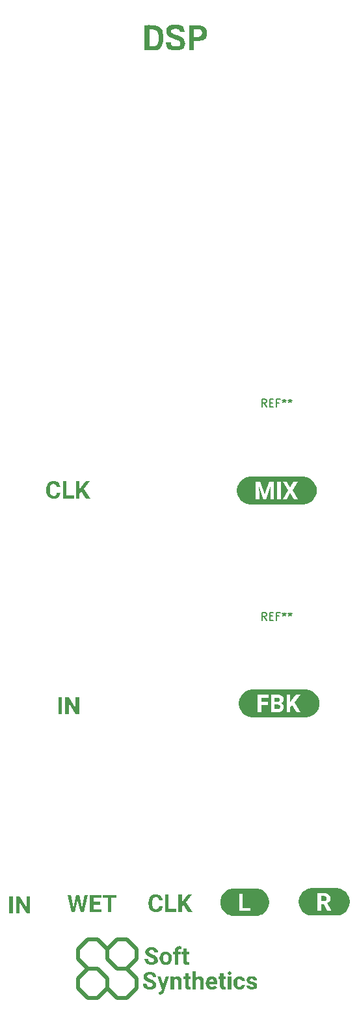
<source format=gbr>
%TF.GenerationSoftware,KiCad,Pcbnew,7.0.6*%
%TF.CreationDate,2023-10-15T17:55:57+01:00*%
%TF.ProjectId,DSP 1.1,44535020-312e-4312-9e6b-696361645f70,rev?*%
%TF.SameCoordinates,Original*%
%TF.FileFunction,Legend,Top*%
%TF.FilePolarity,Positive*%
%FSLAX46Y46*%
G04 Gerber Fmt 4.6, Leading zero omitted, Abs format (unit mm)*
G04 Created by KiCad (PCBNEW 7.0.6) date 2023-10-15 17:55:57*
%MOMM*%
%LPD*%
G01*
G04 APERTURE LIST*
%ADD10C,0.500000*%
%ADD11C,0.150000*%
G04 APERTURE END LIST*
D10*
X9428400Y-264242200D02*
X10698400Y-262972200D01*
X13238400Y-256622200D02*
X14508400Y-257892200D01*
X13238400Y-260432200D02*
X14508400Y-259162200D01*
X6888400Y-259162200D02*
X6888400Y-257892200D01*
X9428400Y-260432200D02*
X10698400Y-261702200D01*
X10698400Y-257892200D02*
X10698400Y-259162200D01*
X14508400Y-259162200D02*
X14508400Y-257892200D01*
X8158400Y-260432200D02*
X9428400Y-260432200D01*
X6888400Y-261702200D02*
X6888400Y-262972200D01*
X9428400Y-256622200D02*
X8158400Y-256622200D01*
X11968400Y-256622200D02*
X10698400Y-257892200D01*
X8158400Y-264242200D02*
X6888400Y-262972200D01*
X10698400Y-262972200D02*
X11968400Y-264242200D01*
X10698400Y-262972200D02*
X10698400Y-261702200D01*
X9428400Y-264242200D02*
X8158400Y-264242200D01*
X10698400Y-261702200D02*
X9428400Y-260432200D01*
X11968400Y-260432200D02*
X10698400Y-259162200D01*
X13238400Y-260432200D02*
X11968400Y-260432200D01*
X6888400Y-257892200D02*
X8158400Y-256622200D01*
X10698400Y-257892200D02*
X9428400Y-256622200D01*
X8158400Y-260432200D02*
X6888400Y-261702200D01*
X10698400Y-259162200D02*
X11968400Y-260432200D01*
X10698400Y-262972200D02*
X10698400Y-261702200D01*
X11968400Y-264242200D02*
X13238400Y-264242200D01*
X8158400Y-260432200D02*
X9428400Y-260432200D01*
X6888400Y-259162200D02*
X8158400Y-260432200D01*
X13238400Y-260432200D02*
X11968400Y-260432200D01*
X11968400Y-256622200D02*
X13238400Y-256622200D01*
X14508400Y-262972200D02*
X13238400Y-264242200D01*
X14508400Y-261702200D02*
X13238400Y-260432200D01*
X10698400Y-257892200D02*
X10698400Y-259162200D01*
X14508400Y-261702200D02*
X14508400Y-262972200D01*
D11*
X31361466Y-187396819D02*
X31028133Y-186920628D01*
X30790038Y-187396819D02*
X30790038Y-186396819D01*
X30790038Y-186396819D02*
X31170990Y-186396819D01*
X31170990Y-186396819D02*
X31266228Y-186444438D01*
X31266228Y-186444438D02*
X31313847Y-186492057D01*
X31313847Y-186492057D02*
X31361466Y-186587295D01*
X31361466Y-186587295D02*
X31361466Y-186730152D01*
X31361466Y-186730152D02*
X31313847Y-186825390D01*
X31313847Y-186825390D02*
X31266228Y-186873009D01*
X31266228Y-186873009D02*
X31170990Y-186920628D01*
X31170990Y-186920628D02*
X30790038Y-186920628D01*
X31790038Y-186873009D02*
X32123371Y-186873009D01*
X32266228Y-187396819D02*
X31790038Y-187396819D01*
X31790038Y-187396819D02*
X31790038Y-186396819D01*
X31790038Y-186396819D02*
X32266228Y-186396819D01*
X33028133Y-186873009D02*
X32694800Y-186873009D01*
X32694800Y-187396819D02*
X32694800Y-186396819D01*
X32694800Y-186396819D02*
X33170990Y-186396819D01*
X33694800Y-186396819D02*
X33694800Y-186634914D01*
X33456705Y-186539676D02*
X33694800Y-186634914D01*
X33694800Y-186634914D02*
X33932895Y-186539676D01*
X33551943Y-186825390D02*
X33694800Y-186634914D01*
X33694800Y-186634914D02*
X33837657Y-186825390D01*
X34456705Y-186396819D02*
X34456705Y-186634914D01*
X34218610Y-186539676D02*
X34456705Y-186634914D01*
X34456705Y-186634914D02*
X34694800Y-186539676D01*
X34313848Y-186825390D02*
X34456705Y-186634914D01*
X34456705Y-186634914D02*
X34599562Y-186825390D01*
X31361466Y-215133619D02*
X31028133Y-214657428D01*
X30790038Y-215133619D02*
X30790038Y-214133619D01*
X30790038Y-214133619D02*
X31170990Y-214133619D01*
X31170990Y-214133619D02*
X31266228Y-214181238D01*
X31266228Y-214181238D02*
X31313847Y-214228857D01*
X31313847Y-214228857D02*
X31361466Y-214324095D01*
X31361466Y-214324095D02*
X31361466Y-214466952D01*
X31361466Y-214466952D02*
X31313847Y-214562190D01*
X31313847Y-214562190D02*
X31266228Y-214609809D01*
X31266228Y-214609809D02*
X31170990Y-214657428D01*
X31170990Y-214657428D02*
X30790038Y-214657428D01*
X31790038Y-214609809D02*
X32123371Y-214609809D01*
X32266228Y-215133619D02*
X31790038Y-215133619D01*
X31790038Y-215133619D02*
X31790038Y-214133619D01*
X31790038Y-214133619D02*
X32266228Y-214133619D01*
X33028133Y-214609809D02*
X32694800Y-214609809D01*
X32694800Y-215133619D02*
X32694800Y-214133619D01*
X32694800Y-214133619D02*
X33170990Y-214133619D01*
X33694800Y-214133619D02*
X33694800Y-214371714D01*
X33456705Y-214276476D02*
X33694800Y-214371714D01*
X33694800Y-214371714D02*
X33932895Y-214276476D01*
X33551943Y-214562190D02*
X33694800Y-214371714D01*
X33694800Y-214371714D02*
X33837657Y-214562190D01*
X34456705Y-214133619D02*
X34456705Y-214371714D01*
X34218610Y-214276476D02*
X34456705Y-214371714D01*
X34456705Y-214371714D02*
X34694800Y-214276476D01*
X34313848Y-214562190D02*
X34456705Y-214371714D01*
X34456705Y-214371714D02*
X34599562Y-214562190D01*
%TO.C,kibuzzard-643BAFCE*%
G36*
X-1657720Y-253305813D02*
G01*
X-2122808Y-253305813D01*
X-2122808Y-251048587D01*
X-1657720Y-251048587D01*
X-1657720Y-253305813D01*
G37*
G36*
X145271Y-252536868D02*
G01*
X145271Y-251048587D01*
X608808Y-251048587D01*
X608808Y-253305813D01*
X143720Y-253305813D01*
X-761651Y-251820633D01*
X-761651Y-253305813D01*
X-1226739Y-253305813D01*
X-1226739Y-251048587D01*
X-761651Y-251048587D01*
X145271Y-252536868D01*
G37*
%TO.C,kibuzzard-643BB339*%
G36*
X39015455Y-251041775D02*
G01*
X39130370Y-251110375D01*
X39198389Y-251218896D01*
X39221062Y-251361523D01*
X39197033Y-251501243D01*
X39124944Y-251607244D01*
X39009060Y-251674100D01*
X38853643Y-251696386D01*
X38478472Y-251696386D01*
X38478472Y-251018908D01*
X38852093Y-251018908D01*
X39015455Y-251041775D01*
G37*
G36*
X40608332Y-249989348D02*
G01*
X40782100Y-250015124D01*
X40952505Y-250057808D01*
X41117905Y-250116990D01*
X41276708Y-250192098D01*
X41427385Y-250282410D01*
X41568484Y-250387056D01*
X41698646Y-250505028D01*
X41816618Y-250635191D01*
X41921265Y-250776290D01*
X42011577Y-250926966D01*
X42086685Y-251085769D01*
X42145866Y-251251170D01*
X42188550Y-251421574D01*
X42214326Y-251595342D01*
X42222946Y-251770800D01*
X42214326Y-251946258D01*
X42188550Y-252120026D01*
X42145866Y-252290430D01*
X42086685Y-252455831D01*
X42011577Y-252614634D01*
X41921265Y-252765310D01*
X41816618Y-252906409D01*
X41698646Y-253036572D01*
X41568484Y-253154544D01*
X41427385Y-253259190D01*
X41276708Y-253349502D01*
X41117905Y-253424610D01*
X40952505Y-253483792D01*
X40782100Y-253526476D01*
X40608332Y-253552252D01*
X40432875Y-253560872D01*
X39771416Y-253560872D01*
X38478472Y-253560872D01*
X38013384Y-253560872D01*
X37351926Y-253560872D01*
X37176468Y-253552252D01*
X37002700Y-253526476D01*
X36832295Y-253483792D01*
X36666895Y-253424611D01*
X36508092Y-253349502D01*
X36357415Y-253259190D01*
X36216316Y-253154544D01*
X36086154Y-253036572D01*
X35968182Y-252906409D01*
X35863536Y-252765311D01*
X35773223Y-252614634D01*
X35698115Y-252455831D01*
X35638934Y-252290430D01*
X35596250Y-252120026D01*
X35570474Y-251946258D01*
X35561854Y-251770800D01*
X35570474Y-251595342D01*
X35596250Y-251421574D01*
X35638934Y-251251170D01*
X35698115Y-251085769D01*
X35773223Y-250926966D01*
X35863536Y-250776289D01*
X35962993Y-250642187D01*
X38013384Y-250642187D01*
X38013384Y-252899413D01*
X38478472Y-252899413D01*
X38478472Y-252073107D01*
X38848992Y-252073107D01*
X39272222Y-252899413D01*
X39771416Y-252899413D01*
X39771416Y-252877709D01*
X39283074Y-251955285D01*
X39460389Y-251848121D01*
X39586156Y-251709563D01*
X39661152Y-251536124D01*
X39686150Y-251324316D01*
X39662034Y-251123639D01*
X39589687Y-250955690D01*
X39469109Y-250820470D01*
X39304089Y-250721424D01*
X39098417Y-250661996D01*
X38852093Y-250642187D01*
X38013384Y-250642187D01*
X35962993Y-250642187D01*
X35968182Y-250635191D01*
X36086154Y-250505028D01*
X36216316Y-250387056D01*
X36357415Y-250282410D01*
X36508092Y-250192098D01*
X36666895Y-250116989D01*
X36832295Y-250057808D01*
X37002700Y-250015124D01*
X37176468Y-249989348D01*
X37351926Y-249980728D01*
X38013384Y-249980728D01*
X39771416Y-249980728D01*
X40432875Y-249980728D01*
X40608332Y-249989348D01*
G37*
%TO.C,kibuzzard-643BAFC1*%
G36*
X11870856Y-251247508D02*
G01*
X11179425Y-251247508D01*
X11179425Y-253128013D01*
X10714337Y-253128013D01*
X10714337Y-251247508D01*
X10032208Y-251247508D01*
X10032208Y-250870787D01*
X11870856Y-250870787D01*
X11870856Y-251247508D01*
G37*
G36*
X9895782Y-251247508D02*
G01*
X8850885Y-251247508D01*
X8850885Y-251785460D01*
X9743854Y-251785460D01*
X9743854Y-252149778D01*
X8850885Y-252149778D01*
X8850885Y-252754393D01*
X9898883Y-252754393D01*
X9898883Y-253128013D01*
X8385797Y-253128013D01*
X8385797Y-250870787D01*
X9895782Y-250870787D01*
X9895782Y-251247508D01*
G37*
G36*
X6230890Y-252473790D02*
G01*
X6602960Y-250870787D01*
X6996734Y-250870787D01*
X7367254Y-252476890D01*
X7671112Y-250870787D01*
X8134650Y-250870787D01*
X7633905Y-253128013D01*
X7165716Y-253128013D01*
X6798297Y-251618028D01*
X6430878Y-253128013D01*
X5962689Y-253128013D01*
X5461944Y-250870787D01*
X5925482Y-250870787D01*
X6230890Y-252473790D01*
G37*
%TO.C,kibuzzard-644033FD*%
G36*
X26803643Y-263163686D02*
G01*
X26354058Y-263163686D01*
X26354058Y-261486269D01*
X26803643Y-261486269D01*
X26803643Y-263163686D01*
G37*
G36*
X26761785Y-260886306D02*
G01*
X26829998Y-261052187D01*
X26761010Y-261219619D01*
X26578851Y-261284731D01*
X26396691Y-261219619D01*
X26327703Y-261052187D01*
X26395141Y-260886306D01*
X26578851Y-260821193D01*
X26761785Y-260886306D01*
G37*
G36*
X17946820Y-262529616D02*
G01*
X18256878Y-261486269D01*
X18737469Y-261486269D01*
X18063092Y-263424135D01*
X18025885Y-263512502D01*
X17903928Y-263695092D01*
X17738564Y-263804646D01*
X17529791Y-263841164D01*
X17331353Y-263811708D01*
X17331353Y-263472194D01*
X17399566Y-263473745D01*
X17589477Y-263434987D01*
X17687921Y-263306313D01*
X17740631Y-263168337D01*
X17153070Y-261486269D01*
X17635211Y-261486269D01*
X17946820Y-262529616D01*
G37*
G36*
X20055218Y-261494408D02*
G01*
X20219549Y-261611843D01*
X20317993Y-261807180D01*
X20352874Y-262080031D01*
X20352874Y-263163686D01*
X19904840Y-263163686D01*
X19904840Y-262090883D01*
X19842828Y-261883919D01*
X19636639Y-261819582D01*
X19471145Y-261859890D01*
X19352935Y-261980812D01*
X19352935Y-263163686D01*
X18904901Y-263163686D01*
X18904901Y-261486269D01*
X19326580Y-261486269D01*
X19340533Y-261680056D01*
X19474030Y-261555171D01*
X19634744Y-261480240D01*
X19822674Y-261455263D01*
X20055218Y-261494408D01*
G37*
G36*
X22202374Y-261669204D02*
G01*
X22331393Y-261550348D01*
X22480737Y-261479034D01*
X22650408Y-261455263D01*
X22847172Y-261480626D01*
X23000899Y-261556714D01*
X23111590Y-261683528D01*
X23179244Y-261861068D01*
X23203863Y-262089333D01*
X23203863Y-263163686D01*
X22755828Y-263163686D01*
X22755828Y-262101735D01*
X22693817Y-261888570D01*
X22487628Y-261819582D01*
X22317871Y-261857564D01*
X22202374Y-261971511D01*
X22202374Y-263163686D01*
X21754339Y-263163686D01*
X21754339Y-260782436D01*
X22202374Y-260782436D01*
X22202374Y-261669204D01*
G37*
G36*
X21228790Y-261486269D02*
G01*
X21515594Y-261486269D01*
X21515594Y-261814931D01*
X21228790Y-261814931D01*
X21228790Y-262652089D01*
X21264447Y-262785415D01*
X21400872Y-262825722D01*
X21532647Y-262814870D01*
X21532647Y-263154384D01*
X21398934Y-263184615D01*
X21261346Y-263194692D01*
X21054576Y-263164946D01*
X20905554Y-263075707D01*
X20814280Y-262926976D01*
X20780755Y-262718752D01*
X20780755Y-261814931D01*
X20535809Y-261814931D01*
X20535809Y-261486269D01*
X20780755Y-261486269D01*
X20780755Y-261073891D01*
X21228790Y-261073891D01*
X21228790Y-261486269D01*
G37*
G36*
X25794403Y-261486269D02*
G01*
X26081207Y-261486269D01*
X26081207Y-261814931D01*
X25794403Y-261814931D01*
X25794403Y-262652089D01*
X25830059Y-262785415D01*
X25966485Y-262825722D01*
X26098260Y-262814870D01*
X26098260Y-263154384D01*
X25964547Y-263184615D01*
X25826959Y-263194692D01*
X25620188Y-263164946D01*
X25471167Y-263075707D01*
X25379893Y-262926976D01*
X25346368Y-262718752D01*
X25346368Y-261814931D01*
X25101422Y-261814931D01*
X25101422Y-261486269D01*
X25346368Y-261486269D01*
X25346368Y-261073891D01*
X25794403Y-261073891D01*
X25794403Y-261486269D01*
G37*
G36*
X28070836Y-261475159D02*
G01*
X28239042Y-261534845D01*
X28379516Y-261634322D01*
X28485367Y-261766872D01*
X28549704Y-261925777D01*
X28572528Y-262111037D01*
X28152398Y-262111037D01*
X28071783Y-261899422D01*
X27867144Y-261818032D01*
X27729750Y-261846518D01*
X27630725Y-261931978D01*
X27570845Y-262081388D01*
X27550885Y-262301723D01*
X27550885Y-262348232D01*
X27570651Y-262570699D01*
X27629949Y-262720302D01*
X27729556Y-262805181D01*
X27870245Y-262833474D01*
X28071783Y-262765261D01*
X28152398Y-262583876D01*
X28572528Y-262583876D01*
X28548498Y-262747239D01*
X28479510Y-262896260D01*
X28371183Y-263022222D01*
X28229138Y-263116402D01*
X28061900Y-263175119D01*
X27877996Y-263194692D01*
X27655099Y-263169284D01*
X27465963Y-263093062D01*
X27310589Y-262966024D01*
X27195178Y-262794199D01*
X27125932Y-262583618D01*
X27102850Y-262334279D01*
X27102850Y-262304824D01*
X27125760Y-262063839D01*
X27194489Y-261857650D01*
X27309039Y-261686257D01*
X27463551Y-261557927D01*
X27652170Y-261480929D01*
X27874896Y-261455263D01*
X28070836Y-261475159D01*
G37*
G36*
X24477429Y-261479379D02*
G01*
X24658038Y-261551726D01*
X24806091Y-261672304D01*
X24915903Y-261837152D01*
X24981791Y-262042307D01*
X25003753Y-262287770D01*
X25003753Y-262470705D01*
X23940252Y-262470705D01*
X23935601Y-262470705D01*
X23979203Y-262618758D01*
X24066601Y-262734255D01*
X24190431Y-262808669D01*
X24343328Y-262833474D01*
X24573934Y-262786577D01*
X24747955Y-262645888D01*
X24968096Y-262892385D01*
X24849499Y-263019315D01*
X24695245Y-263114852D01*
X24513861Y-263174732D01*
X24313873Y-263194692D01*
X24083138Y-263169543D01*
X23882891Y-263094095D01*
X23713134Y-262968349D01*
X23584374Y-262800745D01*
X23507118Y-262599724D01*
X23481365Y-262365285D01*
X23481365Y-262321877D01*
X23497341Y-262165297D01*
X23940252Y-262165297D01*
X24563470Y-262165297D01*
X24563470Y-262129641D01*
X24482855Y-261899422D01*
X24262713Y-261818032D01*
X24046447Y-261907949D01*
X23978428Y-262017244D01*
X23940252Y-262165297D01*
X23497341Y-262165297D01*
X23505783Y-262082550D01*
X23579034Y-261869967D01*
X23697050Y-261693621D01*
X23855761Y-261563008D01*
X24047416Y-261482199D01*
X24264263Y-261455263D01*
X24477429Y-261479379D01*
G37*
G36*
X29664192Y-261471972D02*
G01*
X29834466Y-261522098D01*
X29976318Y-261605642D01*
X30119914Y-261778499D01*
X30167779Y-261996315D01*
X29719744Y-261996315D01*
X29657733Y-261837410D01*
X29463946Y-261774623D01*
X29288763Y-261825783D01*
X29226751Y-261956008D01*
X29297290Y-262076155D01*
X29535260Y-262155220D01*
X29689514Y-262190683D01*
X29817413Y-262230410D01*
X30014645Y-262338413D01*
X30132984Y-262488792D01*
X30172430Y-262681545D01*
X30123208Y-262889090D01*
X29975543Y-263052840D01*
X29831538Y-263131647D01*
X29662039Y-263178931D01*
X29467047Y-263194692D01*
X29268028Y-263175895D01*
X29092651Y-263119503D01*
X28946730Y-263030361D01*
X28836077Y-262913314D01*
X28766314Y-262777082D01*
X28743060Y-262630385D01*
X29167840Y-262630385D01*
X29256207Y-262813320D01*
X29476348Y-262876882D01*
X29670910Y-262828048D01*
X29736798Y-262700148D01*
X29655407Y-262570699D01*
X29549406Y-262525934D01*
X29394183Y-262486208D01*
X29132377Y-262407337D01*
X28945373Y-262296297D01*
X28833171Y-262153089D01*
X28795770Y-261977712D01*
X28842085Y-261772879D01*
X28981030Y-261604866D01*
X29117197Y-261521753D01*
X29278686Y-261471886D01*
X29465496Y-261455263D01*
X29664192Y-261471972D01*
G37*
G36*
X16434509Y-260897351D02*
G01*
X16636822Y-260963045D01*
X16804835Y-261068659D01*
X16930603Y-261210317D01*
X17009086Y-261380849D01*
X17035247Y-261573085D01*
X16570159Y-261573085D01*
X16545742Y-261435303D01*
X16472491Y-261332015D01*
X16355056Y-261267484D01*
X16198089Y-261245974D01*
X16046548Y-261263996D01*
X15932989Y-261318062D01*
X15838421Y-261507973D01*
X15949267Y-261692458D01*
X16086274Y-261764547D01*
X16275604Y-261831984D01*
X16516244Y-261917939D01*
X16708997Y-262016641D01*
X16853863Y-262128090D01*
X16989901Y-262326528D01*
X17035247Y-262568373D01*
X17010615Y-262749672D01*
X16936718Y-262902892D01*
X16813555Y-263028035D01*
X16648708Y-263120622D01*
X16449753Y-263176174D01*
X16216693Y-263194692D01*
X15967871Y-263170856D01*
X15742303Y-263099349D01*
X15553749Y-262986371D01*
X15415966Y-262838124D01*
X15331669Y-262659066D01*
X15303570Y-262453652D01*
X15770208Y-262453652D01*
X15798114Y-262617111D01*
X15881829Y-262733867D01*
X16021356Y-262803921D01*
X16216693Y-262827272D01*
X16364358Y-262810413D01*
X16475592Y-262759835D01*
X16568609Y-262571474D01*
X16475592Y-262369161D01*
X16345367Y-262296685D01*
X16140728Y-262220333D01*
X15924075Y-262142624D01*
X15757806Y-262066079D01*
X15544210Y-261911566D01*
X15416052Y-261725014D01*
X15373333Y-261506423D01*
X15399107Y-261333371D01*
X15476428Y-261180086D01*
X15602001Y-261052381D01*
X15772534Y-260956069D01*
X15977366Y-260895607D01*
X16205841Y-260875454D01*
X16434509Y-260897351D01*
G37*
%TO.C,kibuzzard-643BB3B1*%
G36*
X33031201Y-226147162D02*
G01*
X33138172Y-226252065D01*
X33173828Y-226424837D01*
X33081586Y-226641103D01*
X32971321Y-226699820D01*
X32825012Y-226719393D01*
X32426587Y-226719393D01*
X32426587Y-226110128D01*
X32852918Y-226110128D01*
X33031201Y-226147162D01*
G37*
G36*
X32918611Y-225229367D02*
G01*
X33033527Y-225279946D01*
X33100383Y-225368894D01*
X33122669Y-225500862D01*
X33083567Y-225653997D01*
X32966261Y-225747531D01*
X32770752Y-225781465D01*
X32426587Y-225781465D01*
X32426587Y-225212508D01*
X32752149Y-225212508D01*
X32918611Y-225229367D01*
G37*
G36*
X36664846Y-224182948D02*
G01*
X36838614Y-224208724D01*
X37009018Y-224251408D01*
X37174419Y-224310590D01*
X37333222Y-224385698D01*
X37483899Y-224476010D01*
X37624997Y-224580656D01*
X37755160Y-224698628D01*
X37873132Y-224828791D01*
X37977778Y-224969890D01*
X38068090Y-225120566D01*
X38143198Y-225279369D01*
X38202380Y-225444770D01*
X38245064Y-225615174D01*
X38270840Y-225788942D01*
X38279459Y-225964400D01*
X38270840Y-226139858D01*
X38245064Y-226313626D01*
X38202380Y-226484030D01*
X38143198Y-226649431D01*
X38068090Y-226808234D01*
X37977778Y-226958910D01*
X37873132Y-227100009D01*
X37755160Y-227230172D01*
X37624997Y-227348144D01*
X37483899Y-227452790D01*
X37333222Y-227543102D01*
X37174419Y-227618210D01*
X37009018Y-227677392D01*
X36838614Y-227720076D01*
X36664846Y-227745852D01*
X36489388Y-227754472D01*
X35827930Y-227754472D01*
X34452820Y-227754472D01*
X31961499Y-227754472D01*
X30687158Y-227754472D01*
X30222070Y-227754472D01*
X29560612Y-227754472D01*
X29385154Y-227745852D01*
X29211386Y-227720076D01*
X29040982Y-227677392D01*
X28875581Y-227618211D01*
X28716778Y-227543102D01*
X28566102Y-227452790D01*
X28425003Y-227348144D01*
X28294840Y-227230172D01*
X28176868Y-227100009D01*
X28072222Y-226958911D01*
X27981910Y-226808234D01*
X27906802Y-226649431D01*
X27847620Y-226484030D01*
X27804936Y-226313626D01*
X27779160Y-226139858D01*
X27770541Y-225964400D01*
X27779160Y-225788942D01*
X27804936Y-225615174D01*
X27847620Y-225444770D01*
X27906802Y-225279369D01*
X27981910Y-225120566D01*
X28072222Y-224969889D01*
X28171679Y-224835787D01*
X30222070Y-224835787D01*
X30222070Y-227093013D01*
X30687158Y-227093013D01*
X30687158Y-226170589D01*
X31580127Y-226170589D01*
X31580127Y-225795418D01*
X30687158Y-225795418D01*
X30687158Y-225212508D01*
X31691748Y-225212508D01*
X31691748Y-224835787D01*
X31961499Y-224835787D01*
X31961499Y-227093013D01*
X32838965Y-227093013D01*
X33075643Y-227072687D01*
X33273047Y-227015843D01*
X33431177Y-226922481D01*
X33546588Y-226793290D01*
X33615834Y-226628959D01*
X33638916Y-226429488D01*
X33613918Y-226253530D01*
X33538922Y-226107027D01*
X33420519Y-225997344D01*
X33265296Y-225931844D01*
X33400559Y-225856073D01*
X33502490Y-225746584D01*
X33566440Y-225610352D01*
X33587756Y-225454354D01*
X33564158Y-225268060D01*
X33493361Y-225114323D01*
X33375366Y-224993141D01*
X33211724Y-224905722D01*
X33003985Y-224853271D01*
X32752149Y-224835787D01*
X33987732Y-224835787D01*
X33987732Y-227093013D01*
X34452820Y-227093013D01*
X34452820Y-226448091D01*
X34694666Y-226187642D01*
X35274475Y-227093013D01*
X35827930Y-227093013D01*
X35003174Y-225838826D01*
X35804675Y-224835787D01*
X35232617Y-224835787D01*
X34657459Y-225578377D01*
X34452820Y-225858980D01*
X34452820Y-224835787D01*
X33987732Y-224835787D01*
X32752149Y-224835787D01*
X31961499Y-224835787D01*
X31691748Y-224835787D01*
X30222070Y-224835787D01*
X28171679Y-224835787D01*
X28176868Y-224828791D01*
X28294840Y-224698628D01*
X28425003Y-224580656D01*
X28566102Y-224476010D01*
X28716778Y-224385698D01*
X28875581Y-224310589D01*
X29040982Y-224251408D01*
X29211386Y-224208724D01*
X29385154Y-224182948D01*
X29560612Y-224174328D01*
X30222070Y-224174328D01*
X35827930Y-224174328D01*
X36489388Y-224174328D01*
X36664846Y-224182948D01*
G37*
%TO.C,kibuzzard-643BAFCE*%
G36*
X4743080Y-227397813D02*
G01*
X4277992Y-227397813D01*
X4277992Y-225140587D01*
X4743080Y-225140587D01*
X4743080Y-227397813D01*
G37*
G36*
X6546071Y-226628868D02*
G01*
X6546071Y-225140587D01*
X7009608Y-225140587D01*
X7009608Y-227397813D01*
X6544520Y-227397813D01*
X5639149Y-225912633D01*
X5639149Y-227397813D01*
X5174061Y-227397813D01*
X5174061Y-225140587D01*
X5639149Y-225140587D01*
X6546071Y-226628868D01*
G37*
%TO.C,kibuzzard-643BB390*%
G36*
X36301910Y-196496948D02*
G01*
X36475678Y-196522724D01*
X36646082Y-196565408D01*
X36811483Y-196624590D01*
X36970286Y-196699698D01*
X37120963Y-196790010D01*
X37262061Y-196894656D01*
X37392224Y-197012628D01*
X37510196Y-197142791D01*
X37614842Y-197283890D01*
X37705154Y-197434566D01*
X37780262Y-197593369D01*
X37839444Y-197758770D01*
X37882128Y-197929174D01*
X37907904Y-198102942D01*
X37916524Y-198278400D01*
X37907904Y-198453858D01*
X37882128Y-198627626D01*
X37839444Y-198798030D01*
X37780262Y-198963431D01*
X37705154Y-199122234D01*
X37614842Y-199272910D01*
X37510196Y-199414009D01*
X37392224Y-199544172D01*
X37262061Y-199662144D01*
X37120963Y-199766790D01*
X36970286Y-199857102D01*
X36811483Y-199932210D01*
X36646082Y-199991392D01*
X36475678Y-200034076D01*
X36301910Y-200059852D01*
X36126452Y-200068472D01*
X35464994Y-200068472D01*
X33251175Y-200068472D01*
X32350455Y-200068472D01*
X29975406Y-200068472D01*
X29313948Y-200068472D01*
X29138490Y-200059852D01*
X28964722Y-200034076D01*
X28794318Y-199991392D01*
X28628917Y-199932211D01*
X28470114Y-199857102D01*
X28319438Y-199766790D01*
X28178339Y-199662144D01*
X28048176Y-199544172D01*
X27930204Y-199414009D01*
X27825558Y-199272911D01*
X27735246Y-199122234D01*
X27660138Y-198963431D01*
X27600956Y-198798030D01*
X27558272Y-198627626D01*
X27532496Y-198453858D01*
X27523876Y-198278400D01*
X27532496Y-198102942D01*
X27558272Y-197929174D01*
X27600956Y-197758770D01*
X27660138Y-197593369D01*
X27735246Y-197434566D01*
X27825558Y-197283889D01*
X27925015Y-197149787D01*
X29975406Y-197149787D01*
X29975406Y-199407013D01*
X30440494Y-199407013D01*
X30440494Y-198789997D01*
X30393986Y-197726496D01*
X31001700Y-199407013D01*
X31321061Y-199407013D01*
X31930326Y-197724945D01*
X31883817Y-198789997D01*
X31883817Y-199407013D01*
X32350455Y-199407013D01*
X32350455Y-197149787D01*
X32786088Y-197149787D01*
X32786088Y-199407013D01*
X33251175Y-199407013D01*
X33514725Y-199407013D01*
X34055778Y-199407013D01*
X34489860Y-198616364D01*
X34923942Y-199407013D01*
X35464994Y-199407013D01*
X34790616Y-198269098D01*
X35447941Y-197149787D01*
X34913090Y-197149787D01*
X34489860Y-197928034D01*
X34066630Y-197149787D01*
X33531779Y-197149787D01*
X34189103Y-198269098D01*
X33514725Y-199407013D01*
X33251175Y-199407013D01*
X33251175Y-197149787D01*
X32786088Y-197149787D01*
X32350455Y-197149787D01*
X31739640Y-197149787D01*
X31162931Y-198786896D01*
X30583121Y-197149787D01*
X29975406Y-197149787D01*
X27925015Y-197149787D01*
X27930204Y-197142791D01*
X28048176Y-197012628D01*
X28178339Y-196894656D01*
X28319438Y-196790010D01*
X28470114Y-196699698D01*
X28628917Y-196624589D01*
X28794318Y-196565408D01*
X28964722Y-196522724D01*
X29138490Y-196496948D01*
X29313948Y-196488328D01*
X29975406Y-196488328D01*
X35464994Y-196488328D01*
X36126452Y-196488328D01*
X36301910Y-196496948D01*
G37*
%TO.C,kibuzzard-644033EB*%
G36*
X20302831Y-257564400D02*
G01*
X20298180Y-257911665D01*
X20161754Y-257897713D01*
X19972231Y-257957012D01*
X19909056Y-258134908D01*
X19909056Y-258269783D01*
X20242369Y-258269783D01*
X20242369Y-258598445D01*
X19909056Y-258598445D01*
X19909056Y-259947200D01*
X19459471Y-259947200D01*
X19459471Y-258598445D01*
X19209874Y-258598445D01*
X19209874Y-258269783D01*
X19459471Y-258269783D01*
X19459471Y-258127156D01*
X19499973Y-257876590D01*
X19621477Y-257689198D01*
X19815845Y-257572345D01*
X20074938Y-257533394D01*
X20302831Y-257564400D01*
G37*
G36*
X21011315Y-258269783D02*
G01*
X21298119Y-258269783D01*
X21298119Y-258598445D01*
X21011315Y-258598445D01*
X21011315Y-259435603D01*
X21046971Y-259568929D01*
X21183397Y-259609236D01*
X21315172Y-259598384D01*
X21315172Y-259937898D01*
X21181459Y-259968129D01*
X21043871Y-259978206D01*
X20837101Y-259948460D01*
X20688079Y-259859221D01*
X20596805Y-259710490D01*
X20563280Y-259502266D01*
X20563280Y-258598445D01*
X20318334Y-258598445D01*
X20318334Y-258269783D01*
X20563280Y-258269783D01*
X20563280Y-257857405D01*
X21011315Y-257857405D01*
X21011315Y-258269783D01*
G37*
G36*
X18476672Y-258261859D02*
G01*
X18661415Y-258331106D01*
X18818425Y-258446517D01*
X18940468Y-258601546D01*
X19020308Y-258789648D01*
X19057946Y-259010823D01*
X19061046Y-259125545D01*
X19037103Y-259365926D01*
X18965272Y-259572374D01*
X18845555Y-259744887D01*
X18685531Y-259874509D01*
X18492778Y-259952282D01*
X18267296Y-259978206D01*
X18041729Y-259952368D01*
X17848717Y-259874853D01*
X17688262Y-259745662D01*
X17568114Y-259572029D01*
X17496025Y-259361189D01*
X17473197Y-259125545D01*
X17920031Y-259125545D01*
X17942510Y-259336191D01*
X18009948Y-259490639D01*
X18119243Y-259585401D01*
X18267296Y-259616988D01*
X18412249Y-259585788D01*
X18521544Y-259492189D01*
X18590145Y-259329990D01*
X18613011Y-259092989D01*
X18590145Y-258885249D01*
X18521544Y-258730220D01*
X18411473Y-258633714D01*
X18264196Y-258601546D01*
X18118468Y-258633521D01*
X18009948Y-258729445D01*
X17942510Y-258892420D01*
X17920031Y-259125545D01*
X17473197Y-259125545D01*
X17471996Y-259113143D01*
X17471996Y-259092989D01*
X17496025Y-258856957D01*
X17568114Y-258648055D01*
X17685355Y-258474809D01*
X17844841Y-258345748D01*
X18039984Y-258265520D01*
X18264196Y-258238777D01*
X18476672Y-258261859D01*
G37*
G36*
X16655767Y-257680866D02*
G01*
X16858080Y-257746559D01*
X17026093Y-257852173D01*
X17151860Y-257993831D01*
X17230344Y-258164363D01*
X17256505Y-258356600D01*
X16791417Y-258356600D01*
X16767000Y-258218817D01*
X16693749Y-258115529D01*
X16576314Y-258050998D01*
X16419347Y-258029488D01*
X16267806Y-258047510D01*
X16154247Y-258101576D01*
X16059679Y-258291487D01*
X16170525Y-258475972D01*
X16307532Y-258548061D01*
X16496862Y-258615498D01*
X16737501Y-258701454D01*
X16930255Y-258800156D01*
X17075121Y-258911604D01*
X17211159Y-259110042D01*
X17256505Y-259351888D01*
X17231873Y-259533186D01*
X17157975Y-259686406D01*
X17034813Y-259811550D01*
X16869965Y-259904136D01*
X16671011Y-259959689D01*
X16437950Y-259978206D01*
X16189128Y-259954370D01*
X15963561Y-259882863D01*
X15775006Y-259769885D01*
X15637224Y-259621639D01*
X15552927Y-259442580D01*
X15524828Y-259237166D01*
X15991466Y-259237166D01*
X16019371Y-259400625D01*
X16103087Y-259517381D01*
X16242614Y-259587435D01*
X16437950Y-259610787D01*
X16585616Y-259593927D01*
X16696849Y-259543349D01*
X16789867Y-259354988D01*
X16696849Y-259152675D01*
X16566625Y-259080199D01*
X16361986Y-259003847D01*
X16145333Y-258926138D01*
X15979064Y-258849593D01*
X15765468Y-258695080D01*
X15637310Y-258508528D01*
X15594591Y-258289937D01*
X15620365Y-258116886D01*
X15697686Y-257963600D01*
X15823259Y-257835895D01*
X15993792Y-257739583D01*
X16198624Y-257679122D01*
X16427098Y-257658968D01*
X16655767Y-257680866D01*
G37*
%TO.C,kibuzzard-643BAF55*%
G36*
X5325754Y-198957193D02*
G01*
X6313291Y-198957193D01*
X6313291Y-199330813D01*
X4860666Y-199330813D01*
X4860666Y-197073587D01*
X5325754Y-197073587D01*
X5325754Y-198957193D01*
G37*
G36*
X7045029Y-198096780D02*
G01*
X7249668Y-197816177D01*
X7824827Y-197073587D01*
X8396885Y-197073587D01*
X7595383Y-198076626D01*
X8420139Y-199330813D01*
X7866684Y-199330813D01*
X7286875Y-198425442D01*
X7045029Y-198685891D01*
X7045029Y-199330813D01*
X6579941Y-199330813D01*
X6579941Y-197073587D01*
X7045029Y-197073587D01*
X7045029Y-198096780D01*
G37*
G36*
X3896556Y-197065835D02*
G01*
X4106363Y-197135598D01*
X4282407Y-197251870D01*
X4419177Y-197410173D01*
X4511161Y-197606026D01*
X4558359Y-197839431D01*
X4093271Y-197839431D01*
X4054320Y-197650877D01*
X3971573Y-197522397D01*
X3839605Y-197448564D01*
X3652988Y-197423953D01*
X3449706Y-197465617D01*
X3304947Y-197590609D01*
X3240438Y-197722126D01*
X3200906Y-197894467D01*
X3186350Y-198107632D01*
X3186350Y-198278164D01*
X3198666Y-198500201D01*
X3235615Y-198678484D01*
X3297196Y-198813015D01*
X3440017Y-198939752D01*
X3646787Y-198981997D01*
X3834954Y-198957386D01*
X3968473Y-198883554D01*
X4051995Y-198758174D01*
X4090171Y-198578921D01*
X4555259Y-198578921D01*
X4513659Y-198804575D01*
X4424001Y-198995778D01*
X4286283Y-199152530D01*
X4107396Y-199268802D01*
X3894231Y-199338565D01*
X3646787Y-199361819D01*
X3441325Y-199343555D01*
X3259020Y-199288762D01*
X3099873Y-199197440D01*
X2963883Y-199069589D01*
X2855023Y-198909860D01*
X2777266Y-198722905D01*
X2730612Y-198508722D01*
X2715061Y-198267312D01*
X2715061Y-198129336D01*
X2727808Y-197920908D01*
X2766048Y-197729705D01*
X2829783Y-197555728D01*
X2969115Y-197336555D01*
X3157670Y-197175131D01*
X3307445Y-197101492D01*
X3472551Y-197057309D01*
X3652988Y-197042581D01*
X3896556Y-197065835D01*
G37*
%TO.C,kibuzzard-643BB32E*%
G36*
X30117828Y-250040148D02*
G01*
X30291596Y-250065924D01*
X30462001Y-250108608D01*
X30627401Y-250167790D01*
X30786205Y-250242898D01*
X30936881Y-250333210D01*
X31077980Y-250437856D01*
X31208142Y-250555828D01*
X31326115Y-250685991D01*
X31430761Y-250827090D01*
X31521073Y-250977766D01*
X31596181Y-251136569D01*
X31655362Y-251301970D01*
X31698046Y-251472374D01*
X31723822Y-251646142D01*
X31732442Y-251821600D01*
X31723822Y-251997058D01*
X31698046Y-252170826D01*
X31655362Y-252341230D01*
X31596181Y-252506631D01*
X31521073Y-252665434D01*
X31430761Y-252816110D01*
X31326115Y-252957209D01*
X31208142Y-253087372D01*
X31077980Y-253205344D01*
X30936881Y-253309990D01*
X30786205Y-253400302D01*
X30627401Y-253475410D01*
X30462001Y-253534592D01*
X30291596Y-253577276D01*
X30117828Y-253603052D01*
X29942371Y-253611672D01*
X29280912Y-253611672D01*
X27828288Y-253611672D01*
X27166830Y-253611672D01*
X26991372Y-253603052D01*
X26817604Y-253577276D01*
X26647199Y-253534592D01*
X26481799Y-253475411D01*
X26322996Y-253400302D01*
X26172319Y-253309990D01*
X26031220Y-253205344D01*
X25901058Y-253087372D01*
X25783085Y-252957209D01*
X25678439Y-252816111D01*
X25588127Y-252665434D01*
X25513019Y-252506631D01*
X25453838Y-252341230D01*
X25411154Y-252170826D01*
X25385378Y-251997058D01*
X25376758Y-251821600D01*
X25385378Y-251646142D01*
X25411154Y-251472374D01*
X25453838Y-251301970D01*
X25513019Y-251136569D01*
X25588127Y-250977766D01*
X25678439Y-250827089D01*
X25777896Y-250692987D01*
X27828288Y-250692987D01*
X27828288Y-252950213D01*
X29280912Y-252950213D01*
X29280912Y-252576593D01*
X28293376Y-252576593D01*
X28293376Y-250692987D01*
X27828288Y-250692987D01*
X25777896Y-250692987D01*
X25783085Y-250685991D01*
X25901058Y-250555828D01*
X26031220Y-250437856D01*
X26172319Y-250333210D01*
X26322996Y-250242898D01*
X26481799Y-250167789D01*
X26647199Y-250108608D01*
X26817604Y-250065924D01*
X26991372Y-250040148D01*
X27166830Y-250031528D01*
X27828288Y-250031528D01*
X29280912Y-250031528D01*
X29942371Y-250031528D01*
X30117828Y-250040148D01*
G37*
%TO.C,kibuzzard-64D80CCD*%
G36*
X22451985Y-137754962D02*
G01*
X22760754Y-137785919D01*
X23008669Y-137837512D01*
X23287275Y-137963123D01*
X23470631Y-138154219D01*
X23572430Y-138424491D01*
X23606362Y-138787631D01*
X23577192Y-139146009D01*
X23489681Y-139411519D01*
X23331923Y-139599042D01*
X23092013Y-139723462D01*
X22878758Y-139775056D01*
X22613646Y-139806013D01*
X22296675Y-139816331D01*
X22249050Y-139816331D01*
X21949012Y-139816331D01*
X21949012Y-140997431D01*
X21339413Y-140997431D01*
X21339413Y-138273281D01*
X21949012Y-138273281D01*
X21949012Y-139287694D01*
X22249050Y-139287694D01*
X22510987Y-139275787D01*
X22706250Y-139240069D01*
X22934850Y-139082906D01*
X23001525Y-138768581D01*
X22925325Y-138468544D01*
X22670531Y-138318525D01*
X22454433Y-138284592D01*
X22163325Y-138273281D01*
X21949012Y-138273281D01*
X21339413Y-138273281D01*
X21339413Y-137758931D01*
X22082363Y-137744644D01*
X22451985Y-137754962D01*
G37*
G36*
X16329263Y-137745834D02*
G01*
X16557862Y-137763694D01*
X16892560Y-137811319D01*
X17172754Y-137884344D01*
X17398444Y-137982769D01*
X17652642Y-138191723D01*
X17819925Y-138485212D01*
X17888717Y-138738419D01*
X17929992Y-139050362D01*
X17943750Y-139421044D01*
X17927875Y-139808658D01*
X17880250Y-140133302D01*
X17800875Y-140394975D01*
X17609184Y-140690845D01*
X17319862Y-140887894D01*
X17063217Y-140969915D01*
X16744129Y-141019127D01*
X16505475Y-141029388D01*
X16362600Y-141035531D01*
X16112304Y-141031298D01*
X15831317Y-141018598D01*
X15519638Y-140997431D01*
X15519638Y-138263756D01*
X16129237Y-138263756D01*
X16129237Y-140497369D01*
X16505475Y-140511656D01*
X16792416Y-140471175D01*
X17005538Y-140387831D01*
X17156152Y-140250314D01*
X17255569Y-140047312D01*
X17310933Y-139764539D01*
X17329387Y-139387706D01*
X17311528Y-139031114D01*
X17257950Y-138761437D01*
X17162105Y-138564984D01*
X17017444Y-138428062D01*
X16813252Y-138339361D01*
X16538812Y-138287569D01*
X16314975Y-138269709D01*
X16129237Y-138263756D01*
X15519638Y-138263756D01*
X15519638Y-137758931D01*
X15810150Y-137744644D01*
X16072088Y-137739881D01*
X16329263Y-137745834D01*
G37*
G36*
X19944595Y-137731547D02*
G01*
X20246419Y-137792269D01*
X20461327Y-137901806D01*
X20605988Y-138068494D01*
X20686950Y-138305428D01*
X20710763Y-138625706D01*
X20105925Y-138625706D01*
X20036869Y-138385200D01*
X19860656Y-138266137D01*
X19520137Y-138230419D01*
X19170094Y-138263756D01*
X18996263Y-138373294D01*
X18943875Y-138597131D01*
X19127231Y-138842400D01*
X19382620Y-138959677D01*
X19782075Y-139097194D01*
X20127952Y-139222209D01*
X20384531Y-139349606D01*
X20566102Y-139491886D01*
X20686950Y-139661550D01*
X20754816Y-139870505D01*
X20777438Y-140130656D01*
X20750053Y-140447362D01*
X20667900Y-140683106D01*
X20520858Y-140849794D01*
X20298806Y-140959331D01*
X19983886Y-141020053D01*
X19558237Y-141040294D01*
X19119492Y-141017672D01*
X18793856Y-140949806D01*
X18564661Y-140827172D01*
X18415237Y-140640244D01*
X18336656Y-140375925D01*
X18319988Y-140021119D01*
X18915300Y-140021119D01*
X18991500Y-140328300D01*
X19193906Y-140478319D01*
X19364761Y-140510466D01*
X19596337Y-140521181D01*
X19951144Y-140487844D01*
X20129737Y-140371162D01*
X20182125Y-140135419D01*
X20105925Y-139892531D01*
X19855894Y-139709175D01*
X19645748Y-139622855D01*
X19362975Y-139530581D01*
X19008764Y-139410923D01*
X18746231Y-139290075D01*
X18561089Y-139157320D01*
X18439050Y-139001944D01*
X18371184Y-138812634D01*
X18348562Y-138578081D01*
X18375352Y-138278044D01*
X18455719Y-138054206D01*
X18599784Y-137895258D01*
X18817669Y-137789887D01*
X19125445Y-137730952D01*
X19539187Y-137711306D01*
X19944595Y-137731547D01*
G37*
%TO.C,kibuzzard-643BAF55*%
G36*
X18635354Y-252703593D02*
G01*
X19622891Y-252703593D01*
X19622891Y-253077213D01*
X18170266Y-253077213D01*
X18170266Y-250819987D01*
X18635354Y-250819987D01*
X18635354Y-252703593D01*
G37*
G36*
X20354629Y-251843180D02*
G01*
X20559268Y-251562577D01*
X21134427Y-250819987D01*
X21706485Y-250819987D01*
X20904983Y-251823026D01*
X21729739Y-253077213D01*
X21176284Y-253077213D01*
X20596475Y-252171842D01*
X20354629Y-252432291D01*
X20354629Y-253077213D01*
X19889541Y-253077213D01*
X19889541Y-250819987D01*
X20354629Y-250819987D01*
X20354629Y-251843180D01*
G37*
G36*
X17206156Y-250812235D02*
G01*
X17415963Y-250881998D01*
X17592007Y-250998270D01*
X17728777Y-251156573D01*
X17820761Y-251352426D01*
X17867959Y-251585831D01*
X17402871Y-251585831D01*
X17363920Y-251397277D01*
X17281173Y-251268797D01*
X17149205Y-251194964D01*
X16962588Y-251170353D01*
X16759306Y-251212017D01*
X16614547Y-251337009D01*
X16550038Y-251468526D01*
X16510506Y-251640867D01*
X16495950Y-251854032D01*
X16495950Y-252024564D01*
X16508266Y-252246601D01*
X16545215Y-252424884D01*
X16606796Y-252559415D01*
X16749617Y-252686152D01*
X16956387Y-252728397D01*
X17144554Y-252703786D01*
X17278073Y-252629954D01*
X17361595Y-252504574D01*
X17399771Y-252325321D01*
X17864859Y-252325321D01*
X17823259Y-252550975D01*
X17733601Y-252742178D01*
X17595883Y-252898930D01*
X17416996Y-253015202D01*
X17203831Y-253084965D01*
X16956387Y-253108219D01*
X16750925Y-253089955D01*
X16568620Y-253035162D01*
X16409473Y-252943840D01*
X16273483Y-252815989D01*
X16164623Y-252656260D01*
X16086866Y-252469305D01*
X16040212Y-252255122D01*
X16024661Y-252013712D01*
X16024661Y-251875736D01*
X16037408Y-251667308D01*
X16075648Y-251476105D01*
X16139383Y-251302128D01*
X16278715Y-251082955D01*
X16467270Y-250921531D01*
X16617045Y-250847892D01*
X16782151Y-250803709D01*
X16962588Y-250788981D01*
X17206156Y-250812235D01*
G37*
%TD*%
M02*

</source>
